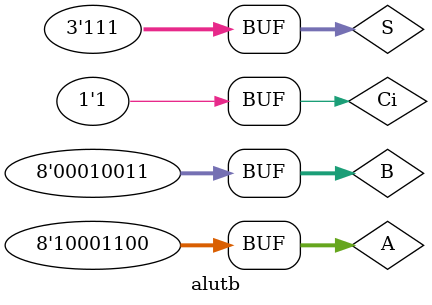
<source format=v>

`timescale 1ns / 1ps


module alutb;

	// Inputs
	reg [7:0] A;
	reg [7:0] B;
	reg Ci;
	reg [2:0] S;

	// Outputs
	wire [8:0] O;

	// Instantiate the Unit Under Test (UUT)
	alu uut (
		.A(A), 
		.B(B), 
		.Ci(Ci), 
		.S(S), 
		.O(O)
	);

	initial begin
		// Initialize Inputs
		A = 8'b10001100; B = 8'b00010011;Ci = 1;S = 0; #100;
		 S=1;#100; S=2;#100; S=3;#100; S=4;#100; S=5;#100; S=6;#100; S=7;#100;
		
	end
      
endmodule


</source>
